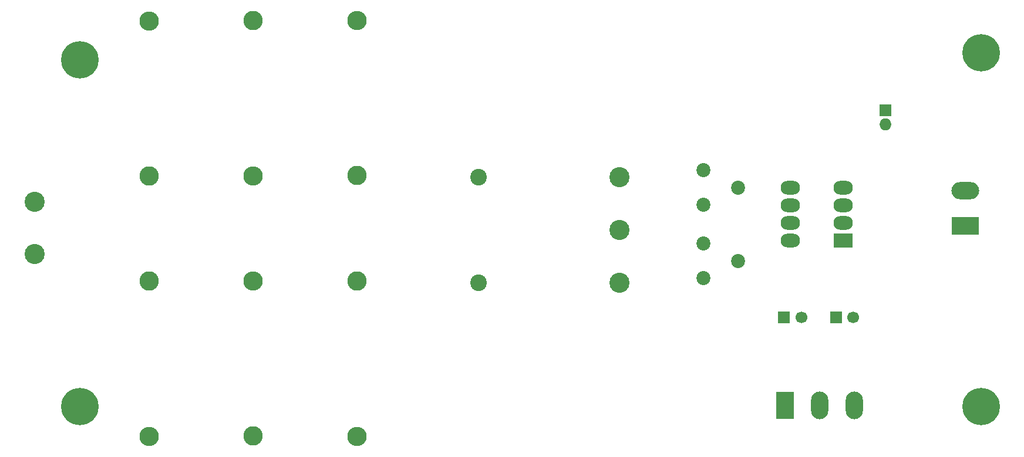
<source format=gts>
G04 #@! TF.FileFunction,Soldermask,Top*
%FSLAX46Y46*%
G04 Gerber Fmt 4.6, Leading zero omitted, Abs format (unit mm)*
G04 Created by KiCad (PCBNEW 4.0.6) date 2017 August 08, Tuesday 08:31:32*
%MOMM*%
%LPD*%
G01*
G04 APERTURE LIST*
%ADD10C,0.100000*%
%ADD11R,2.500000X4.000000*%
%ADD12O,2.500000X4.000000*%
%ADD13R,2.800000X2.000000*%
%ADD14O,2.800000X2.000000*%
%ADD15R,1.750000X1.750000*%
%ADD16O,1.750000X1.750000*%
%ADD17R,4.000000X2.500000*%
%ADD18O,4.000000X2.500000*%
%ADD19C,2.800000*%
%ADD20O,2.800000X2.800000*%
%ADD21C,2.900000*%
%ADD22R,1.700000X1.700000*%
%ADD23C,1.700000*%
%ADD24C,5.400000*%
%ADD25C,2.400000*%
%ADD26C,2.020000*%
G04 APERTURE END LIST*
D10*
D11*
X201676000Y-125831600D03*
D12*
X206676000Y-125831600D03*
X211676000Y-125831600D03*
D13*
X210058000Y-102108000D03*
D14*
X202438000Y-94488000D03*
X210058000Y-99568000D03*
X202438000Y-97028000D03*
X210058000Y-97028000D03*
X202438000Y-99568000D03*
X210058000Y-94488000D03*
X202438000Y-102108000D03*
D15*
X216154000Y-83312000D03*
D16*
X216154000Y-85312000D03*
D17*
X227685600Y-99923600D03*
D18*
X227685600Y-94923600D03*
D19*
X109982000Y-107950000D03*
D20*
X109982000Y-130350000D03*
D19*
X110000000Y-92786200D03*
D20*
X110000000Y-70386200D03*
D19*
X125000000Y-130302000D03*
D20*
X125000000Y-107902000D03*
D19*
X125000000Y-70358000D03*
D20*
X125000000Y-92758000D03*
D19*
X140000000Y-107950000D03*
D20*
X140000000Y-130350000D03*
D19*
X140000000Y-92710000D03*
D20*
X140000000Y-70310000D03*
D21*
X93472000Y-104020000D03*
X93472000Y-96520000D03*
D22*
X201549000Y-113157000D03*
D23*
X204049000Y-113157000D03*
D22*
X209042000Y-113157000D03*
D23*
X211542000Y-113157000D03*
D24*
X230000000Y-75000000D03*
X230000000Y-126000000D03*
X100000000Y-126000000D03*
X100000000Y-76000000D03*
D25*
X157480000Y-108204000D03*
X157480000Y-92964000D03*
D21*
X177800000Y-108204000D03*
X177800000Y-100584000D03*
X177800000Y-92964000D03*
D26*
X189966600Y-91951800D03*
X194966600Y-94451800D03*
X189966600Y-96951800D03*
X189966600Y-102518200D03*
X194966600Y-105018200D03*
X189966600Y-107518200D03*
M02*

</source>
